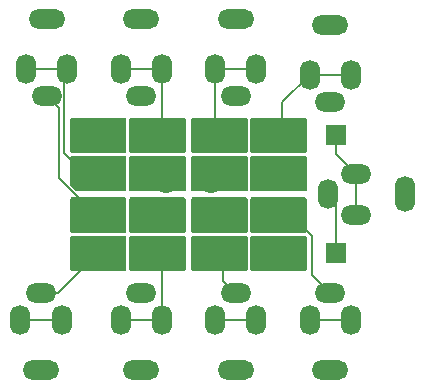
<source format=gbr>
%TF.GenerationSoftware,KiCad,Pcbnew,8.0.1-8.0.1-1~ubuntu22.04.1*%
%TF.CreationDate,2024-08-17T09:59:52+01:00*%
%TF.ProjectId,JACK_CONN,4a41434b-5f43-44f4-9e4e-2e6b69636164,v2.0*%
%TF.SameCoordinates,Original*%
%TF.FileFunction,Copper,L1,Top*%
%TF.FilePolarity,Positive*%
%FSLAX46Y46*%
G04 Gerber Fmt 4.6, Leading zero omitted, Abs format (unit mm)*
G04 Created by KiCad (PCBNEW 8.0.1-8.0.1-1~ubuntu22.04.1) date 2024-08-17 09:59:52*
%MOMM*%
%LPD*%
G01*
G04 APERTURE LIST*
G04 Aperture macros list*
%AMRoundRect*
0 Rectangle with rounded corners*
0 $1 Rounding radius*
0 $2 $3 $4 $5 $6 $7 $8 $9 X,Y pos of 4 corners*
0 Add a 4 corners polygon primitive as box body*
4,1,4,$2,$3,$4,$5,$6,$7,$8,$9,$2,$3,0*
0 Add four circle primitives for the rounded corners*
1,1,$1+$1,$2,$3*
1,1,$1+$1,$4,$5*
1,1,$1+$1,$6,$7*
1,1,$1+$1,$8,$9*
0 Add four rect primitives between the rounded corners*
20,1,$1+$1,$2,$3,$4,$5,0*
20,1,$1+$1,$4,$5,$6,$7,0*
20,1,$1+$1,$6,$7,$8,$9,0*
20,1,$1+$1,$8,$9,$2,$3,0*%
G04 Aperture macros list end*
%TA.AperFunction,ComponentPad*%
%ADD10RoundRect,0.800000X0.050000X0.450000X-0.050000X0.450000X-0.050000X-0.450000X0.050000X-0.450000X0*%
%TD*%
%TA.AperFunction,ComponentPad*%
%ADD11RoundRect,0.800000X-0.450000X0.050000X-0.450000X-0.050000X0.450000X-0.050000X0.450000X0.050000X0*%
%TD*%
%TA.AperFunction,ComponentPad*%
%ADD12RoundRect,0.800000X-0.700000X0.050000X-0.700000X-0.050000X0.700000X-0.050000X0.700000X0.050000X0*%
%TD*%
%TA.AperFunction,ComponentPad*%
%ADD13RoundRect,0.800000X-0.050000X-0.450000X0.050000X-0.450000X0.050000X0.450000X-0.050000X0.450000X0*%
%TD*%
%TA.AperFunction,ComponentPad*%
%ADD14RoundRect,0.800000X0.450000X-0.050000X0.450000X0.050000X-0.450000X0.050000X-0.450000X-0.050000X0*%
%TD*%
%TA.AperFunction,ComponentPad*%
%ADD15RoundRect,0.800000X0.700000X-0.050000X0.700000X0.050000X-0.700000X0.050000X-0.700000X-0.050000X0*%
%TD*%
%TA.AperFunction,ComponentPad*%
%ADD16RoundRect,0.800000X-0.050000X-0.700000X0.050000X-0.700000X0.050000X0.700000X-0.050000X0.700000X0*%
%TD*%
%TA.AperFunction,ComponentPad*%
%ADD17R,1.700000X1.700000*%
%TD*%
%TA.AperFunction,ComponentPad*%
%ADD18C,1.800000*%
%TD*%
%TA.AperFunction,Conductor*%
%ADD19C,0.127000*%
%TD*%
%TA.AperFunction,Conductor*%
%ADD20C,0.152400*%
%TD*%
G04 APERTURE END LIST*
D10*
%TO.P,J8,1,T*%
%TO.N,/in8-*%
X50250001Y-50644999D03*
D11*
%TO.P,J8,2,R*%
%TO.N,/in8+*%
X52000001Y-48344999D03*
D10*
%TO.P,J8,3,T*%
%TO.N,/in8-*%
X53750001Y-50644999D03*
D12*
%TO.P,J8,6,S*%
%TO.N,unconnected-(J8-S-Pad6)*%
X52000001Y-54844999D03*
%TD*%
D13*
%TO.P,J1,1,T*%
%TO.N,/in1-*%
X29750001Y-29355000D03*
D14*
%TO.P,J1,2,R*%
%TO.N,/in1+*%
X28000001Y-31655000D03*
D13*
%TO.P,J1,3,T*%
%TO.N,/in1-*%
X26250001Y-29355000D03*
D15*
%TO.P,J1,6,S*%
%TO.N,unconnected-(J1-S-Pad6)*%
X28000001Y-25155000D03*
%TD*%
D11*
%TO.P,J9,1,T*%
%TO.N,/REF*%
X54145000Y-41750000D03*
D13*
%TO.P,J9,2,R*%
%TO.N,/GND*%
X51845000Y-40000000D03*
D11*
%TO.P,J9,3,T*%
%TO.N,/REF*%
X54145000Y-38250000D03*
D16*
%TO.P,J9,6,S*%
%TO.N,unconnected-(J9-S-Pad6)*%
X58345000Y-40000000D03*
%TD*%
D13*
%TO.P,J7,1,T*%
%TO.N,/in7-*%
X53750001Y-29855000D03*
D14*
%TO.P,J7,2,R*%
%TO.N,/in7+*%
X52000001Y-32155000D03*
D13*
%TO.P,J7,3,T*%
%TO.N,/in7-*%
X50250001Y-29855000D03*
D15*
%TO.P,J7,6,S*%
%TO.N,unconnected-(J7-S-Pad6)*%
X52000001Y-25655000D03*
%TD*%
D13*
%TO.P,J6,1,T*%
%TO.N,/in6-*%
X45750001Y-29355000D03*
D14*
%TO.P,J6,2,R*%
%TO.N,/in6+*%
X44000001Y-31655000D03*
D13*
%TO.P,J6,3,T*%
%TO.N,/in6-*%
X42250001Y-29355000D03*
D15*
%TO.P,J6,6,S*%
%TO.N,unconnected-(J6-S-Pad6)*%
X44000001Y-25155000D03*
%TD*%
D10*
%TO.P,J2,1,T*%
%TO.N,/in2-*%
X25750001Y-50645000D03*
D11*
%TO.P,J2,2,R*%
%TO.N,/in2+*%
X27500001Y-48345000D03*
D10*
%TO.P,J2,3,T*%
%TO.N,/in2-*%
X29250001Y-50645000D03*
D12*
%TO.P,J2,6,S*%
%TO.N,unconnected-(J2-S-Pad6)*%
X27500001Y-54845000D03*
%TD*%
D10*
%TO.P,J5,1,T*%
%TO.N,/in5-*%
X42250001Y-50644999D03*
D11*
%TO.P,J5,2,R*%
%TO.N,/in5+*%
X44000001Y-48344999D03*
D10*
%TO.P,J5,3,T*%
%TO.N,/in5-*%
X45750001Y-50644999D03*
D12*
%TO.P,J5,6,S*%
%TO.N,unconnected-(J5-S-Pad6)*%
X44000001Y-54844999D03*
%TD*%
D13*
%TO.P,J3,1,T*%
%TO.N,/in3-*%
X37750001Y-29355000D03*
D14*
%TO.P,J3,2,R*%
%TO.N,/in3+*%
X36000001Y-31655000D03*
D13*
%TO.P,J3,3,T*%
%TO.N,/in3-*%
X34250001Y-29355000D03*
D15*
%TO.P,J3,6,S*%
%TO.N,unconnected-(J3-S-Pad6)*%
X36000001Y-25155000D03*
%TD*%
D17*
%TO.P,J10,1,Pin_1*%
%TO.N,/GND*%
X52500001Y-45000000D03*
%TD*%
%TO.P,J11,1,Pin_1*%
%TO.N,/REF*%
X52500001Y-35000000D03*
%TD*%
D10*
%TO.P,J4,1,T*%
%TO.N,/in4+*%
X34250001Y-50644999D03*
D11*
%TO.P,J4,2,R*%
%TO.N,/in4-*%
X36000001Y-48344999D03*
D10*
%TO.P,J4,3,T*%
%TO.N,/in4+*%
X37750001Y-50644999D03*
D12*
%TO.P,J4,6,S*%
%TO.N,unconnected-(J4-S-Pad6)*%
X36000001Y-54844999D03*
%TD*%
D18*
%TO.P,J25,1,Pin_1*%
%TO.N,/in6-*%
X41905001Y-34500000D03*
%TD*%
%TO.P,J21,1,Pin_1*%
%TO.N,/in2-*%
X32375001Y-35000000D03*
%TD*%
%TO.P,J14,1,Pin_1*%
%TO.N,/in3+*%
X38095001Y-39000000D03*
%TD*%
%TO.P,J20,1,Pin_1*%
%TO.N,/in1-*%
X32375001Y-38250000D03*
%TD*%
%TO.P,J18,1,Pin_1*%
%TO.N,/in7+*%
X47625001Y-45000000D03*
%TD*%
%TO.P,J23,1,Pin_1*%
%TO.N,/in4-*%
X37375001Y-41750000D03*
%TD*%
%TO.P,J16,1,Pin_1*%
%TO.N,/in5+*%
X42625001Y-45000000D03*
%TD*%
%TO.P,J12,1,Pin_1*%
%TO.N,/in1+*%
X32375001Y-41750000D03*
%TD*%
%TO.P,J27,1,Pin_1*%
%TO.N,/in8-*%
X47625001Y-38250000D03*
%TD*%
%TO.P,J13,1,Pin_1*%
%TO.N,/in2+*%
X32375001Y-45000000D03*
%TD*%
%TO.P,J24,1,Pin_1*%
%TO.N,/in5-*%
X42625001Y-41750000D03*
%TD*%
%TO.P,J26,1,Pin_1*%
%TO.N,/in7-*%
X47625001Y-35000000D03*
%TD*%
%TO.P,J15,1,Pin_1*%
%TO.N,/in4+*%
X37375001Y-45000000D03*
%TD*%
%TO.P,J17,1,Pin_1*%
%TO.N,/in6+*%
X41905001Y-39000000D03*
%TD*%
%TO.P,J22,1,Pin_1*%
%TO.N,/in3-*%
X38095001Y-34500000D03*
%TD*%
%TO.P,J19,1,Pin_1*%
%TO.N,/in8+*%
X47625001Y-41750000D03*
%TD*%
D19*
%TO.N,/REF*%
X52500001Y-35000000D02*
X52500001Y-36605001D01*
X54145000Y-38250000D02*
X54145000Y-41750000D01*
X52500001Y-36605001D02*
X54145000Y-38250000D01*
%TO.N,/GND*%
X52500001Y-40655001D02*
X51845000Y-40000000D01*
X52500001Y-45000000D02*
X52500001Y-40655001D01*
D20*
%TO.N,/in1+*%
X29000001Y-32655000D02*
X28000001Y-31655000D01*
X32175002Y-41750000D02*
X29000001Y-38574999D01*
X29000001Y-38574999D02*
X29000001Y-32655000D01*
%TO.N,/in1-*%
X32175002Y-38250000D02*
X31250001Y-38250000D01*
X29500001Y-36500000D02*
X29500001Y-29605000D01*
X29500001Y-29605000D02*
X29750001Y-29355000D01*
X26250001Y-29355000D02*
X29750001Y-29355000D01*
X31250001Y-38250000D02*
X29500001Y-36500000D01*
%TO.N,/in2+*%
X28955002Y-48345000D02*
X27500001Y-48345000D01*
X32175002Y-45125000D02*
X28955002Y-48345000D01*
%TO.N,/in2-*%
X29250001Y-50645000D02*
X25750001Y-50645000D01*
X32125002Y-35000000D02*
X32300001Y-35000000D01*
%TO.N,/in3+*%
X37250001Y-38250000D02*
X37300001Y-38300000D01*
%TO.N,/in3-*%
X38095001Y-34500000D02*
X37750001Y-34155000D01*
X37750001Y-34155000D02*
X37750001Y-29355000D01*
X34250001Y-29355000D02*
X37750001Y-29355000D01*
%TO.N,/in4+*%
X37750001Y-50644999D02*
X34250001Y-50644999D01*
X37750001Y-45699999D02*
X37750001Y-50644999D01*
X37175002Y-45125000D02*
X37750001Y-45699999D01*
%TO.N,/in5+*%
X42950001Y-45125000D02*
X42950001Y-47294999D01*
X42950001Y-47294999D02*
X44000001Y-48344999D01*
%TO.N,/in5-*%
X42250001Y-50644999D02*
X45750001Y-50644999D01*
X42950001Y-41750000D02*
X42750001Y-41750000D01*
%TO.N,/in6+*%
X42850001Y-38250000D02*
X42800001Y-38300000D01*
%TO.N,/in6-*%
X42250001Y-34155000D02*
X42250001Y-29355000D01*
X42250001Y-29355000D02*
X45750001Y-29355000D01*
X41905001Y-34500000D02*
X42250001Y-34155000D01*
%TO.N,/in7+*%
X47950000Y-45125000D02*
X47775001Y-45125000D01*
%TO.N,/in7-*%
X50250001Y-29855000D02*
X53750001Y-29855000D01*
X47950000Y-35000000D02*
X47950000Y-32155001D01*
X47950000Y-32155001D02*
X50250001Y-29855000D01*
%TO.N,/in8+*%
X50500001Y-46844999D02*
X52000001Y-48344999D01*
X50500001Y-43500000D02*
X50500001Y-46844999D01*
X47950000Y-41750000D02*
X48750001Y-41750000D01*
X48750001Y-41750000D02*
X50500001Y-43500000D01*
%TO.N,/in8-*%
X48050001Y-38250000D02*
X48100001Y-38300000D01*
X50250001Y-50644999D02*
X53750001Y-50644999D01*
X47950000Y-38250000D02*
X48050001Y-38250000D01*
%TD*%
%TA.AperFunction,Conductor*%
%TO.N,/in2-*%
G36*
X34693040Y-33519685D02*
G01*
X34738795Y-33572489D01*
X34750001Y-33624000D01*
X34750001Y-36376000D01*
X34730316Y-36443039D01*
X34677512Y-36488794D01*
X34626001Y-36500000D01*
X30124001Y-36500000D01*
X30056962Y-36480315D01*
X30011207Y-36427511D01*
X30000001Y-36376000D01*
X30000001Y-33624000D01*
X30019686Y-33556961D01*
X30072490Y-33511206D01*
X30124001Y-33500000D01*
X34626001Y-33500000D01*
X34693040Y-33519685D01*
G37*
%TD.AperFunction*%
%TD*%
%TA.AperFunction,Conductor*%
%TO.N,/in3-*%
G36*
X39693040Y-33519685D02*
G01*
X39738795Y-33572489D01*
X39750001Y-33624000D01*
X39750001Y-36376000D01*
X39730316Y-36443039D01*
X39677512Y-36488794D01*
X39626001Y-36500000D01*
X35124001Y-36500000D01*
X35056962Y-36480315D01*
X35011207Y-36427511D01*
X35000001Y-36376000D01*
X35000001Y-33624000D01*
X35019686Y-33556961D01*
X35072490Y-33511206D01*
X35124001Y-33500000D01*
X39626001Y-33500000D01*
X39693040Y-33519685D01*
G37*
%TD.AperFunction*%
%TD*%
%TA.AperFunction,Conductor*%
%TO.N,/in4+*%
G36*
X39693040Y-43519685D02*
G01*
X39738795Y-43572489D01*
X39750001Y-43624000D01*
X39750001Y-46376000D01*
X39730316Y-46443039D01*
X39677512Y-46488794D01*
X39626001Y-46500000D01*
X35124001Y-46500000D01*
X35056962Y-46480315D01*
X35011207Y-46427511D01*
X35000001Y-46376000D01*
X35000001Y-43624000D01*
X35019686Y-43556961D01*
X35072490Y-43511206D01*
X35124001Y-43500000D01*
X39626001Y-43500000D01*
X39693040Y-43519685D01*
G37*
%TD.AperFunction*%
%TD*%
%TA.AperFunction,Conductor*%
%TO.N,/in4-*%
G36*
X39693040Y-40269685D02*
G01*
X39738795Y-40322489D01*
X39750001Y-40374000D01*
X39750001Y-43126000D01*
X39730316Y-43193039D01*
X39677512Y-43238794D01*
X39626001Y-43250000D01*
X35124001Y-43250000D01*
X35056962Y-43230315D01*
X35011207Y-43177511D01*
X35000001Y-43126000D01*
X35000001Y-40374000D01*
X35019686Y-40306961D01*
X35072490Y-40261206D01*
X35124001Y-40250000D01*
X39626001Y-40250000D01*
X39693040Y-40269685D01*
G37*
%TD.AperFunction*%
%TD*%
%TA.AperFunction,Conductor*%
%TO.N,/in2+*%
G36*
X34693040Y-43519685D02*
G01*
X34738795Y-43572489D01*
X34750001Y-43624000D01*
X34750001Y-46376000D01*
X34730316Y-46443039D01*
X34677512Y-46488794D01*
X34626001Y-46500000D01*
X30124001Y-46500000D01*
X30056962Y-46480315D01*
X30011207Y-46427511D01*
X30000001Y-46376000D01*
X30000001Y-43624000D01*
X30019686Y-43556961D01*
X30072490Y-43511206D01*
X30124001Y-43500000D01*
X34626001Y-43500000D01*
X34693040Y-43519685D01*
G37*
%TD.AperFunction*%
%TD*%
%TA.AperFunction,Conductor*%
%TO.N,/in6+*%
G36*
X44943039Y-36769685D02*
G01*
X44988794Y-36822489D01*
X45000000Y-36874000D01*
X45000000Y-39626000D01*
X44980315Y-39693039D01*
X44927511Y-39738794D01*
X44876000Y-39750000D01*
X40374000Y-39750000D01*
X40306961Y-39730315D01*
X40261206Y-39677511D01*
X40250000Y-39626000D01*
X40250000Y-36874000D01*
X40269685Y-36806961D01*
X40322489Y-36761206D01*
X40374000Y-36750000D01*
X44876000Y-36750000D01*
X44943039Y-36769685D01*
G37*
%TD.AperFunction*%
%TD*%
%TA.AperFunction,Conductor*%
%TO.N,/in8+*%
G36*
X49943039Y-40269685D02*
G01*
X49988794Y-40322489D01*
X50000000Y-40374000D01*
X50000000Y-43126000D01*
X49980315Y-43193039D01*
X49927511Y-43238794D01*
X49876000Y-43250000D01*
X45374000Y-43250000D01*
X45306961Y-43230315D01*
X45261206Y-43177511D01*
X45250000Y-43126000D01*
X45250000Y-40374000D01*
X45269685Y-40306961D01*
X45322489Y-40261206D01*
X45374000Y-40250000D01*
X49876000Y-40250000D01*
X49943039Y-40269685D01*
G37*
%TD.AperFunction*%
%TD*%
%TA.AperFunction,Conductor*%
%TO.N,/in1+*%
G36*
X34693040Y-40269685D02*
G01*
X34738795Y-40322489D01*
X34750001Y-40374000D01*
X34750001Y-43126000D01*
X34730316Y-43193039D01*
X34677512Y-43238794D01*
X34626001Y-43250000D01*
X30124001Y-43250000D01*
X30056962Y-43230315D01*
X30011207Y-43177511D01*
X30000001Y-43126000D01*
X30000001Y-40374000D01*
X30019686Y-40306961D01*
X30072490Y-40261206D01*
X30124001Y-40250000D01*
X34626001Y-40250000D01*
X34693040Y-40269685D01*
G37*
%TD.AperFunction*%
%TD*%
%TA.AperFunction,Conductor*%
%TO.N,/in8-*%
G36*
X49943038Y-36769685D02*
G01*
X49988793Y-36822489D01*
X49999999Y-36874000D01*
X49999999Y-39626000D01*
X49980314Y-39693039D01*
X49927510Y-39738794D01*
X49875999Y-39750000D01*
X45373999Y-39750000D01*
X45306960Y-39730315D01*
X45261205Y-39677511D01*
X45249999Y-39626000D01*
X45249999Y-36874000D01*
X45269684Y-36806961D01*
X45322488Y-36761206D01*
X45373999Y-36750000D01*
X49875999Y-36750000D01*
X49943038Y-36769685D01*
G37*
%TD.AperFunction*%
%TD*%
%TA.AperFunction,Conductor*%
%TO.N,/in3+*%
G36*
X39693039Y-36769685D02*
G01*
X39738794Y-36822489D01*
X39750000Y-36874000D01*
X39750000Y-39626000D01*
X39730315Y-39693039D01*
X39677511Y-39738794D01*
X39626000Y-39750000D01*
X35124000Y-39750000D01*
X35056961Y-39730315D01*
X35011206Y-39677511D01*
X35000000Y-39626000D01*
X35000000Y-36874000D01*
X35019685Y-36806961D01*
X35072489Y-36761206D01*
X35124000Y-36750000D01*
X39626000Y-36750000D01*
X39693039Y-36769685D01*
G37*
%TD.AperFunction*%
%TD*%
%TA.AperFunction,Conductor*%
%TO.N,/in1-*%
G36*
X34693041Y-36769685D02*
G01*
X34738796Y-36822489D01*
X34750002Y-36874000D01*
X34750002Y-39626000D01*
X34730317Y-39693039D01*
X34677513Y-39738794D01*
X34626002Y-39750000D01*
X30514439Y-39750000D01*
X30447400Y-39730315D01*
X30426758Y-39713681D01*
X30036321Y-39323243D01*
X30002836Y-39261920D01*
X30000002Y-39235562D01*
X30000002Y-36874000D01*
X30019687Y-36806961D01*
X30072491Y-36761206D01*
X30124002Y-36750000D01*
X34626002Y-36750000D01*
X34693041Y-36769685D01*
G37*
%TD.AperFunction*%
%TD*%
%TA.AperFunction,Conductor*%
%TO.N,/in7+*%
G36*
X49943039Y-43519685D02*
G01*
X49988794Y-43572489D01*
X50000000Y-43624000D01*
X50000000Y-46376000D01*
X49980315Y-46443039D01*
X49927511Y-46488794D01*
X49876000Y-46500000D01*
X45374000Y-46500000D01*
X45306961Y-46480315D01*
X45261206Y-46427511D01*
X45250000Y-46376000D01*
X45250000Y-43624000D01*
X45269685Y-43556961D01*
X45322489Y-43511206D01*
X45374000Y-43500000D01*
X49876000Y-43500000D01*
X49943039Y-43519685D01*
G37*
%TD.AperFunction*%
%TD*%
%TA.AperFunction,Conductor*%
%TO.N,/in6-*%
G36*
X44943040Y-33519685D02*
G01*
X44988795Y-33572489D01*
X45000001Y-33624000D01*
X45000001Y-36376000D01*
X44980316Y-36443039D01*
X44927512Y-36488794D01*
X44876001Y-36500000D01*
X40374001Y-36500000D01*
X40306962Y-36480315D01*
X40261207Y-36427511D01*
X40250001Y-36376000D01*
X40250001Y-33624000D01*
X40269686Y-33556961D01*
X40322490Y-33511206D01*
X40374001Y-33500000D01*
X44876001Y-33500000D01*
X44943040Y-33519685D01*
G37*
%TD.AperFunction*%
%TD*%
%TA.AperFunction,Conductor*%
%TO.N,/in5+*%
G36*
X44943040Y-43519685D02*
G01*
X44988795Y-43572489D01*
X45000001Y-43624000D01*
X45000001Y-46376000D01*
X44980316Y-46443039D01*
X44927512Y-46488794D01*
X44876001Y-46500000D01*
X40374001Y-46500000D01*
X40306962Y-46480315D01*
X40261207Y-46427511D01*
X40250001Y-46376000D01*
X40250001Y-43624000D01*
X40269686Y-43556961D01*
X40322490Y-43511206D01*
X40374001Y-43500000D01*
X44876001Y-43500000D01*
X44943040Y-43519685D01*
G37*
%TD.AperFunction*%
%TD*%
%TA.AperFunction,Conductor*%
%TO.N,/in7-*%
G36*
X49943039Y-33519685D02*
G01*
X49988794Y-33572489D01*
X50000000Y-33624000D01*
X50000000Y-36376000D01*
X49980315Y-36443039D01*
X49927511Y-36488794D01*
X49876000Y-36500000D01*
X45374000Y-36500000D01*
X45306961Y-36480315D01*
X45261206Y-36427511D01*
X45250000Y-36376000D01*
X45250000Y-33624000D01*
X45269685Y-33556961D01*
X45322489Y-33511206D01*
X45374000Y-33500000D01*
X49876000Y-33500000D01*
X49943039Y-33519685D01*
G37*
%TD.AperFunction*%
%TD*%
%TA.AperFunction,Conductor*%
%TO.N,/in5-*%
G36*
X44943040Y-40269685D02*
G01*
X44988795Y-40322489D01*
X45000001Y-40374000D01*
X45000001Y-43126000D01*
X44980316Y-43193039D01*
X44927512Y-43238794D01*
X44876001Y-43250000D01*
X40374001Y-43250000D01*
X40306962Y-43230315D01*
X40261207Y-43177511D01*
X40250001Y-43126000D01*
X40250001Y-40374000D01*
X40269686Y-40306961D01*
X40322490Y-40261206D01*
X40374001Y-40250000D01*
X44876001Y-40250000D01*
X44943040Y-40269685D01*
G37*
%TD.AperFunction*%
%TD*%
M02*

</source>
